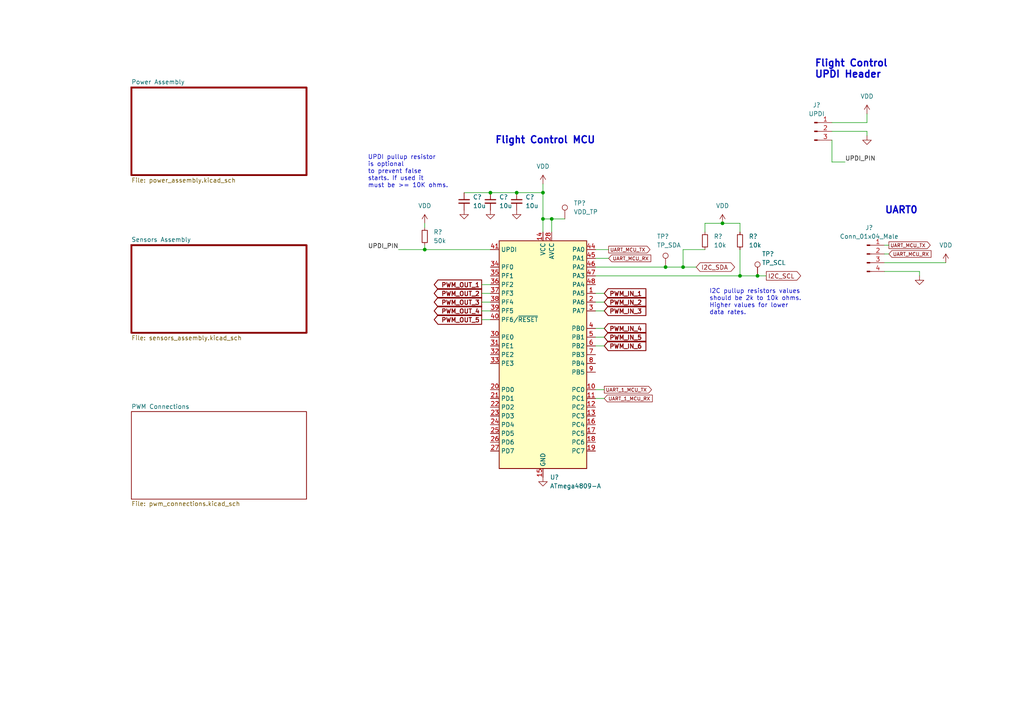
<source format=kicad_sch>
(kicad_sch (version 20211123) (generator eeschema)
  (paper "A4")
  (lib_symbols
    (symbol "Connector:Conn_01x03_Male" (pin_names (offset 1.016) hide)
      (property "Reference" "J" (at 0 5.08 0))
      (property "Value" "Conn_01x03_Male" (at 0 -5.08 0))
      (symbol "Conn_01x03_Male_1_1"
        (polyline (pts (xy 1.27 -2.54) (xy 0.8636 -2.54)) (stroke (width 0.1524)))
        (polyline (pts (xy 1.27 0) (xy 0.8636 0)) (stroke (width 0.1524)))
        (polyline (pts (xy 1.27 2.54) (xy 0.8636 2.54)) (stroke (width 0.1524)))
        (rectangle (start 0.8636 -2.413) (end 0 -2.667) (stroke (width 0.1524)) (fill (type outline)))
        (rectangle (start 0.8636 0.127) (end 0 -0.127) (stroke (width 0.1524)) (fill (type outline)))
        (rectangle (start 0.8636 2.667) (end 0 2.413) (stroke (width 0.1524)) (fill (type outline)))
        (pin passive line (at 5.08 2.54 180) (length 3.81) (name "Pin_1") (number "1"))
        (pin passive line (at 5.08 0 180) (length 3.81) (name "Pin_2") (number "2"))
        (pin passive line (at 5.08 -2.54 180) (length 3.81) (name "Pin_3") (number "3"))
      )
    )
    (symbol "Connector:Conn_01x04_Male" (pin_names (offset 1.016) hide)
      (property "Reference" "J" (at 0 5.08 0))
      (property "Value" "Conn_01x04_Male" (at 0 -7.62 0))
      (symbol "Conn_01x04_Male_1_1"
        (polyline (pts (xy 1.27 -5.08) (xy 0.8636 -5.08)) (stroke (width 0.1524)))
        (polyline (pts (xy 1.27 -2.54) (xy 0.8636 -2.54)) (stroke (width 0.1524)))
        (polyline (pts (xy 1.27 0) (xy 0.8636 0)) (stroke (width 0.1524)))
        (polyline (pts (xy 1.27 2.54) (xy 0.8636 2.54)) (stroke (width 0.1524)))
        (rectangle (start 0.8636 -4.953) (end 0 -5.207) (stroke (width 0.1524)) (fill (type outline)))
        (rectangle (start 0.8636 -2.413) (end 0 -2.667) (stroke (width 0.1524)) (fill (type outline)))
        (rectangle (start 0.8636 0.127) (end 0 -0.127) (stroke (width 0.1524)) (fill (type outline)))
        (rectangle (start 0.8636 2.667) (end 0 2.413) (stroke (width 0.1524)) (fill (type outline)))
        (pin passive line (at 5.08 2.54 180) (length 3.81) (name "Pin_1") (number "1"))
        (pin passive line (at 5.08 0 180) (length 3.81) (name "Pin_2") (number "2"))
        (pin passive line (at 5.08 -2.54 180) (length 3.81) (name "Pin_3") (number "3"))
        (pin passive line (at 5.08 -5.08 180) (length 3.81) (name "Pin_4") (number "4"))
      )
    )
    (symbol "Connector:TestPoint" (pin_numbers hide) (pin_names (offset 0.762) hide)
      (property "Reference" "TP" (at 0 6.858 0))
      (property "Value" "TestPoint" (at 0 5.08 0))
      (symbol "TestPoint_0_1"
        (circle (center 0 3.302) (radius 0.762))
      )
      (symbol "TestPoint_1_1"
        (pin passive line (at 0 0 90) (length 2.54) (name "1") (number "1"))
      )
    )
    (symbol "Device:C_Small" (pin_numbers hide) (pin_names (offset 0.254) hide)
      (property "Reference" "C" (at 0.254 1.778 0))
      (property "Value" "C_Small" (at 0.254 -2.032 0))
      (symbol "C_Small_0_1"
        (polyline (pts (xy -1.524 -0.508) (xy 1.524 -0.508)) (stroke (width 0.3302)))
        (polyline (pts (xy -1.524 0.508) (xy 1.524 0.508)) (stroke (width 0.3048)))
      )
      (symbol "C_Small_1_1"
        (pin passive line (at 0 2.54 270) (length 2.032) (name "~") (number "1"))
        (pin passive line (at 0 -2.54 90) (length 2.032) (name "~") (number "2"))
      )
    )
    (symbol "Device:R_Small" (pin_numbers hide) (pin_names (offset 0.254) hide)
      (property "Reference" "R" (at 0.762 0.508 0))
      (property "Value" "R_Small" (at 0.762 -1.016 0))
      (symbol "R_Small_0_1"
        (rectangle (start -0.762 1.778) (end 0.762 -1.778) (stroke (width 0.2032)))
      )
      (symbol "R_Small_1_1"
        (pin passive line (at 0 2.54 270) (length 0.762) (name "~") (number "1"))
        (pin passive line (at 0 -2.54 90) (length 0.762) (name "~") (number "2"))
      )
    )
    (symbol "MCU_Microchip_ATmega:ATmega4809-A"
      (property "Reference" "U" (at -12.7 34.29 0))
      (property "Value" "ATmega4809-A" (at 2.54 -34.29 0))
      (symbol "ATmega4809-A_0_1"
        (rectangle (start -12.7 -33.02) (end 12.7 33.02) (stroke (width 0.254)) (fill (type background)))
      )
      (symbol "ATmega4809-A_1_1"
        (pin bidirectional line (at 15.24 17.78 180) (length 2.54) (name "PA5") (number "1"))
        (pin bidirectional line (at 15.24 -10.16 180) (length 2.54) (name "PC0") (number "10"))
        (pin bidirectional line (at 15.24 -12.7 180) (length 2.54) (name "PC1") (number "11"))
        (pin bidirectional line (at 15.24 -15.24 180) (length 2.54) (name "PC2") (number "12"))
        (pin bidirectional line (at 15.24 -17.78 180) (length 2.54) (name "PC3") (number "13"))
        (pin power_in line (at 0 35.56 270) (length 2.54) (name "VCC") (number "14"))
        (pin power_in line (at 0 -35.56 90) (length 2.54) (name "GND") (number "15"))
        (pin bidirectional line (at 15.24 -20.32 180) (length 2.54) (name "PC4") (number "16"))
        (pin bidirectional line (at 15.24 -22.86 180) (length 2.54) (name "PC5") (number "17"))
        (pin bidirectional line (at 15.24 -25.4 180) (length 2.54) (name "PC6") (number "18"))
        (pin bidirectional line (at 15.24 -27.94 180) (length 2.54) (name "PC7") (number "19"))
        (pin bidirectional line (at 15.24 15.24 180) (length 2.54) (name "PA6") (number "2"))
        (pin bidirectional line (at -15.24 -10.16 0) (length 2.54) (name "PD0") (number "20"))
        (pin bidirectional line (at -15.24 -12.7 0) (length 2.54) (name "PD1") (number "21"))
        (pin bidirectional line (at -15.24 -15.24 0) (length 2.54) (name "PD2") (number "22"))
        (pin bidirectional line (at -15.24 -17.78 0) (length 2.54) (name "PD3") (number "23"))
        (pin bidirectional line (at -15.24 -20.32 0) (length 2.54) (name "PD4") (number "24"))
        (pin bidirectional line (at -15.24 -22.86 0) (length 2.54) (name "PD5") (number "25"))
        (pin bidirectional line (at -15.24 -25.4 0) (length 2.54) (name "PD6") (number "26"))
        (pin bidirectional line (at -15.24 -27.94 0) (length 2.54) (name "PD7") (number "27"))
        (pin power_in line (at 2.54 35.56 270) (length 2.54) (name "AVCC") (number "28"))
        (pin passive line (at 0 -35.56 90) (length 2.54) hide (name "GND") (number "29"))
        (pin bidirectional line (at 15.24 12.7 180) (length 2.54) (name "PA7") (number "3"))
        (pin bidirectional line (at -15.24 5.08 0) (length 2.54) (name "PE0") (number "30"))
        (pin bidirectional line (at -15.24 2.54 0) (length 2.54) (name "PE1") (number "31"))
        (pin bidirectional line (at -15.24 0 0) (length 2.54) (name "PE2") (number "32"))
        (pin bidirectional line (at -15.24 -2.54 0) (length 2.54) (name "PE3") (number "33"))
        (pin bidirectional line (at -15.24 25.4 0) (length 2.54) (name "PF0") (number "34"))
        (pin bidirectional line (at -15.24 22.86 0) (length 2.54) (name "PF1") (number "35"))
        (pin bidirectional line (at -15.24 20.32 0) (length 2.54) (name "PF2") (number "36"))
        (pin bidirectional line (at -15.24 17.78 0) (length 2.54) (name "PF3") (number "37"))
        (pin bidirectional line (at -15.24 15.24 0) (length 2.54) (name "PF4") (number "38"))
        (pin bidirectional line (at -15.24 12.7 0) (length 2.54) (name "PF5") (number "39"))
        (pin bidirectional line (at 15.24 7.62 180) (length 2.54) (name "PB0") (number "4"))
        (pin bidirectional line (at -15.24 10.16 0) (length 2.54) (name "PF6/~{RESET}") (number "40"))
        (pin bidirectional line (at -15.24 30.48 0) (length 2.54) (name "UPDI") (number "41"))
        (pin passive line (at 0 35.56 270) (length 2.54) hide (name "VCC") (number "42"))
        (pin passive line (at 0 -35.56 90) (length 2.54) hide (name "GND") (number "43"))
        (pin bidirectional line (at 15.24 30.48 180) (length 2.54) (name "PA0") (number "44"))
        (pin bidirectional line (at 15.24 27.94 180) (length 2.54) (name "PA1") (number "45"))
        (pin bidirectional line (at 15.24 25.4 180) (length 2.54) (name "PA2") (number "46"))
        (pin bidirectional line (at 15.24 22.86 180) (length 2.54) (name "PA3") (number "47"))
        (pin bidirectional line (at 15.24 20.32 180) (length 2.54) (name "PA4") (number "48"))
        (pin bidirectional line (at 15.24 5.08 180) (length 2.54) (name "PB1") (number "5"))
        (pin bidirectional line (at 15.24 2.54 180) (length 2.54) (name "PB2") (number "6"))
        (pin bidirectional line (at 15.24 0 180) (length 2.54) (name "PB3") (number "7"))
        (pin bidirectional line (at 15.24 -2.54 180) (length 2.54) (name "PB4") (number "8"))
        (pin bidirectional line (at 15.24 -5.08 180) (length 2.54) (name "PB5") (number "9"))
      )
    )
    (symbol "power:GND" (power) (pin_names (offset 0))
      (property "Value" "GND" (at 0 -3.81 0))
      (symbol "GND_0_1"
        (polyline (pts (xy 0 0) (xy 0 -1.27) (xy 1.27 -1.27) (xy 0 -2.54) (xy -1.27 -1.27) (xy 0 -1.27)))
      )
      (symbol "GND_1_1"
        (pin power_in line (at 0 0 270) (length 0) hide (name "GND") (number "1"))
      )
    )
    (symbol "power:VDD" (power) (pin_names (offset 0))
      (property "Value" "VDD" (at 0 3.81 0))
      (symbol "VDD_0_1"
        (polyline (pts (xy -0.762 1.27) (xy 0 2.54)))
        (polyline (pts (xy 0 0) (xy 0 2.54)))
        (polyline (pts (xy 0 2.54) (xy 0.762 1.27)))
      )
      (symbol "VDD_1_1"
        (pin power_in line (at 0 0 90) (length 0) hide (name "VDD") (number "1"))
      )
    )
  )
  (junction (at 123.19 72.39))
  (junction (at 198.12 77.47))
  (junction (at 149.86 55.88))
  (junction (at 209.55 64.77))
  (junction (at 214.63 80.01))
  (junction (at 142.24 55.88))
  (junction (at 160.02 63.5))
  (junction (at 157.48 63.5))
  (junction (at 193.04 77.47))
  (junction (at 219.71 80.01))
  (junction (at 157.48 55.88))
  (wire (pts (xy 222.25 80.01) (xy 219.71 80.01)))
  (wire (pts (xy 241.3 35.56) (xy 251.46 35.56)))
  (wire (pts (xy 123.19 71.12) (xy 123.19 72.39)))
  (wire (pts (xy 175.26 90.17) (xy 172.72 90.17)))
  (wire (pts (xy 251.46 39.37) (xy 251.46 38.1)))
  (wire (pts (xy 176.53 72.39) (xy 172.72 72.39)))
  (wire (pts (xy 214.63 72.39) (xy 214.63 80.01)))
  (wire (pts (xy 266.7 80.01) (xy 266.7 78.74)))
  (wire (pts (xy 172.72 77.47) (xy 193.04 77.47)))
  (wire (pts (xy 123.19 72.39) (xy 142.24 72.39)))
  (wire (pts (xy 142.24 55.88) (xy 149.86 55.88)))
  (wire (pts (xy 257.81 73.66) (xy 256.54 73.66)))
  (wire (pts (xy 139.7 85.09) (xy 142.24 85.09)))
  (wire (pts (xy 204.47 67.31) (xy 204.47 64.77)))
  (wire (pts (xy 149.86 55.88) (xy 157.48 55.88)))
  (wire (pts (xy 139.7 90.17) (xy 142.24 90.17)))
  (wire (pts (xy 241.3 40.64) (xy 241.3 46.99)))
  (wire (pts (xy 175.26 115.57) (xy 172.72 115.57)))
  (wire (pts (xy 160.02 63.5) (xy 163.83 63.5)))
  (wire (pts (xy 241.3 46.99) (xy 245.11 46.99)))
  (wire (pts (xy 134.62 55.88) (xy 142.24 55.88)))
  (wire (pts (xy 176.53 74.93) (xy 172.72 74.93)))
  (wire (pts (xy 175.26 95.25) (xy 172.72 95.25)))
  (wire (pts (xy 257.81 71.12) (xy 256.54 71.12)))
  (wire (pts (xy 123.19 64.77) (xy 123.19 66.04)))
  (wire (pts (xy 160.02 63.5) (xy 160.02 67.31)))
  (wire (pts (xy 139.7 92.71) (xy 142.24 92.71)))
  (wire (pts (xy 266.7 78.74) (xy 256.54 78.74)))
  (wire (pts (xy 251.46 38.1) (xy 241.3 38.1)))
  (wire (pts (xy 193.04 77.47) (xy 198.12 77.47)))
  (wire (pts (xy 115.57 72.39) (xy 123.19 72.39)))
  (wire (pts (xy 157.48 63.5) (xy 157.48 67.31)))
  (wire (pts (xy 209.55 64.77) (xy 214.63 64.77)))
  (wire (pts (xy 157.48 55.88) (xy 157.48 63.5)))
  (wire (pts (xy 214.63 67.31) (xy 214.63 64.77)))
  (wire (pts (xy 172.72 80.01) (xy 214.63 80.01)))
  (wire (pts (xy 219.71 80.01) (xy 214.63 80.01)))
  (wire (pts (xy 204.47 64.77) (xy 209.55 64.77)))
  (wire (pts (xy 251.46 35.56) (xy 251.46 33.02)))
  (wire (pts (xy 198.12 77.47) (xy 201.93 77.47)))
  (wire (pts (xy 157.48 63.5) (xy 160.02 63.5)))
  (wire (pts (xy 204.47 72.39) (xy 198.12 72.39)))
  (wire (pts (xy 256.54 76.2) (xy 274.32 76.2)))
  (wire (pts (xy 139.7 87.63) (xy 142.24 87.63)))
  (wire (pts (xy 175.26 100.33) (xy 172.72 100.33)))
  (wire (pts (xy 175.26 97.79) (xy 172.72 97.79)))
  (wire (pts (xy 139.7 82.55) (xy 142.24 82.55)))
  (wire (pts (xy 175.26 87.63) (xy 172.72 87.63)))
  (wire (pts (xy 157.48 53.34) (xy 157.48 55.88)))
  (wire (pts (xy 198.12 72.39) (xy 198.12 77.47)))
  (wire (pts (xy 175.26 85.09) (xy 172.72 85.09)))
  (wire (pts (xy 175.26 113.03) (xy 172.72 113.03)))
  (text "Flight Control MCU" (at 143.51 41.91 0) (effects (font (size 2 2) bold) (justify left bottom)))
  (text "UPDI pullup resistor \nis optional\nto prevent false \nstarts. If used it \nmust be >= 10K ohms." (at 106.68 54.61 0) (effects (font (size 1.27 1.27)) (justify left bottom)))
  (text "Flight Control\nUPDI Header" (at 236.22 22.86 0) (effects (font (size 2 2) bold) (justify left bottom)))
  (text "I2C pullup resistors values \nshould be 2k to 10k ohms. \nHigher values for lower \ndata rates." (at 205.74 91.44 0) (effects (font (size 1.27 1.27)) (justify left bottom)))
  (text "UART0" (at 256.54 62.23 0) (effects (font (size 2 2) bold) (justify left bottom)))
  (label "UPDI_PIN" (at 115.57 72.39 180))
  (label "UPDI_PIN" (at 245.11 46.99 0))
  (global_label "PWM_OUT_2" (shape output) (at 139.7 85.09 180) (effects (font bold)) (property "Intersheet References" "${INTERSHEET_REFS}" (effects hide)))
  (global_label "UART_MCU_RX" (shape input) (at 257.81 73.66 0) (effects (font (size 1 1))) (property "Intersheet References" "${INTERSHEET_REFS}" (effects hide)))
  (global_label "UART_MCU_TX" (shape output) (at 176.53 72.39 0) (effects (font (size 1 1))) (property "Intersheet References" "${INTERSHEET_REFS}" (effects hide)))
  (global_label "UART_1_MCU_TX" (shape output) (at 175.26 113.03 0) (effects (font (size 1 1))) (property "Intersheet References" "${INTERSHEET_REFS}" (effects hide)))
  (global_label "UART_1_MCU_RX" (shape input) (at 175.26 115.57 0) (effects (font (size 1 1))) (property "Intersheet References" "${INTERSHEET_REFS}" (effects hide)))
  (global_label "PWM_IN_6" (shape input) (at 175.26 100.33 0) (effects (font bold)) (property "Intersheet References" "${INTERSHEET_REFS}" (effects hide)))
  (global_label "PWM_IN_4" (shape input) (at 175.26 95.25 0) (effects (font bold)) (property "Intersheet References" "${INTERSHEET_REFS}" (effects hide)))
  (global_label "I2C_SCL" (shape output) (at 222.25 80.01 0) (property "Intersheet References" "${INTERSHEET_REFS}" (effects hide)))
  (global_label "PWM_OUT_4" (shape output) (at 139.7 90.17 180) (effects (font bold)) (property "Intersheet References" "${INTERSHEET_REFS}" (effects hide)))
  (global_label "PWM_IN_5" (shape input) (at 175.26 97.79 0) (effects (font bold)) (property "Intersheet References" "${INTERSHEET_REFS}" (effects hide)))
  (global_label "PWM_IN_3" (shape input) (at 175.26 90.17 0) (effects (font bold)) (property "Intersheet References" "${INTERSHEET_REFS}" (effects hide)))
  (global_label "PWM_IN_1" (shape input) (at 175.26 85.09 0) (effects (font bold)) (property "Intersheet References" "${INTERSHEET_REFS}" (effects hide)))
  (global_label "PWM_OUT_3" (shape output) (at 139.7 87.63 180) (effects (font bold)) (property "Intersheet References" "${INTERSHEET_REFS}" (effects hide)))
  (global_label "UART_MCU_TX" (shape output) (at 257.81 71.12 0) (effects (font (size 1 1))) (property "Intersheet References" "${INTERSHEET_REFS}" (effects hide)))
  (global_label "PWM_OUT_1" (shape output) (at 139.7 82.55 180) (effects (font bold)) (property "Intersheet References" "${INTERSHEET_REFS}" (effects hide)))
  (global_label "UART_MCU_RX" (shape input) (at 176.53 74.93 0) (effects (font (size 1 1))) (property "Intersheet References" "${INTERSHEET_REFS}" (effects hide)))
  (global_label "PWM_OUT_5" (shape output) (at 139.7 92.71 180) (effects (font bold)) (property "Intersheet References" "${INTERSHEET_REFS}" (effects hide)))
  (global_label "I2C_SDA" (shape bidirectional) (at 201.93 77.47 0) (property "Intersheet References" "${INTERSHEET_REFS}" (effects hide)))
  (global_label "PWM_IN_2" (shape input) (at 175.26 87.63 0) (effects (font bold)) (property "Intersheet References" "${INTERSHEET_REFS}" (effects hide)))
  (symbol (lib_id "power:VDD") (at 209.55 64.77 0) (unit 1)
    (property "Reference" "#PWR?" (effects hide))
    (property "Value" "VDD" (at 209.55 59.69 0))
  )
  (symbol (lib_id "power:GND") (at 157.48 138.43 0) (unit 1)
    (property "Reference" "#PWR?" (effects hide))
    (property "Value" "GND" (effects hide))
  )
  (symbol (lib_id "power:GND") (at 134.62 60.96 0) (unit 1)
    (property "Reference" "#PWR?" (effects hide))
    (property "Value" "GND" (effects hide))
  )
  (symbol (lib_id "power:VDD") (at 157.48 53.34 0) (unit 1)
    (property "Reference" "#PWR?" (effects hide))
    (property "Value" "VDD" (at 157.48 48.26 0))
  )
  (symbol (lib_id "power:VDD") (at 251.46 33.02 0) (unit 1)
    (property "Reference" "#PWR?" (effects hide))
    (property "Value" "VDD" (at 251.46 27.94 0))
  )
  (symbol (lib_id "power:GND") (at 149.86 60.96 0) (unit 1)
    (property "Reference" "#PWR?" (effects hide))
    (property "Value" "GND" (effects hide))
  )
  (symbol (lib_id "Device:R_Small") (at 204.47 69.85 0) (unit 1)
    (property "Reference" "R?" (at 207.01 68.5799 0) (effects (justify left)))
    (property "Value" "10k" (at 207.01 71.1199 0) (effects (justify left)))
  )
  (symbol (lib_id "Connector:TestPoint") (at 193.04 77.47 0) (unit 1)
    (property "Reference" "TP?" (at 190.5 68.58 0) (effects (justify left)))
    (property "Value" "TP_SDA" (at 190.5 71.12 0) (effects (justify left)))
  )
  (symbol (lib_id "MCU_Microchip_ATmega:ATmega4809-A") (at 157.48 102.87 0) (unit 1)
    (property "Reference" "U?" (at 159.4994 138.43 0) (effects (justify left)))
    (property "Value" "ATmega4809-A" (at 159.4994 140.97 0) (effects (justify left)))
    (property "Footprint" "Package_QFP:TQFP-48_7x7mm_P0.5mm" (effects hide))
    (property "Datasheet" "http://ww1.microchip.com/downloads/en/DeviceDoc/40002016A.pdf" (effects hide))
  )
  (symbol (lib_id "Connector:TestPoint") (at 219.71 80.01 0) (unit 1)
    (property "Reference" "TP?" (at 220.98 73.66 0) (effects (justify left)))
    (property "Value" "TP_SCL" (at 220.98 76.2 0) (effects (justify left)))
  )
  (symbol (lib_id "Device:C_Small") (at 134.62 58.42 0) (unit 1)
    (property "Reference" "C?" (at 137.16 57.1562 0) (effects (justify left)))
    (property "Value" "10u" (at 137.16 59.6962 0) (effects (justify left)))
  )
  (symbol (lib_id "power:VDD") (at 274.32 76.2 0) (unit 1)
    (property "Reference" "#PWR?" (effects hide))
    (property "Value" "VDD" (at 274.32 71.12 0))
  )
  (symbol (lib_id "Device:R_Small") (at 123.19 68.58 0) (unit 1)
    (property "Reference" "R?" (at 125.73 67.3099 0) (effects (justify left)))
    (property "Value" "50k" (at 125.73 69.8499 0) (effects (justify left)))
  )
  (symbol (lib_id "Connector:Conn_01x04_Male") (at 251.46 73.66 0) (unit 1)
    (property "Reference" "J?" (at 252.095 66.04 0))
    (property "Value" "Conn_01x04_Male" (at 252.095 68.58 0))
  )
  (symbol (lib_id "Device:C_Small") (at 149.86 58.42 0) (unit 1)
    (property "Reference" "C?" (at 152.4 57.1562 0) (effects (justify left)))
    (property "Value" "10u" (at 152.4 59.6962 0) (effects (justify left)))
  )
  (symbol (lib_id "Device:C_Small") (at 142.24 58.42 0) (unit 1)
    (property "Reference" "C?" (at 144.78 57.1562 0) (effects (justify left)))
    (property "Value" "10u" (at 144.78 59.6962 0) (effects (justify left)))
  )
  (symbol (lib_id "power:GND") (at 142.24 60.96 0) (unit 1)
    (property "Reference" "#PWR?" (effects hide))
    (property "Value" "GND" (effects hide))
  )
  (symbol (lib_id "power:GND") (at 251.46 39.37 0) (unit 1)
    (property "Reference" "#PWR?" (effects hide))
    (property "Value" "GND" (effects hide))
  )
  (symbol (lib_id "power:GND") (at 266.7 80.01 0) (unit 1)
    (property "Reference" "#PWR?" (effects hide))
    (property "Value" "GND" (effects hide))
  )
  (symbol (lib_id "power:VDD") (at 123.19 64.77 0) (unit 1)
    (property "Reference" "#PWR?" (effects hide))
    (property "Value" "VDD" (at 123.19 59.69 0))
  )
  (symbol (lib_id "Device:R_Small") (at 214.63 69.85 0) (unit 1)
    (property "Reference" "R?" (at 217.17 68.5799 0) (effects (justify left)))
    (property "Value" "10k" (at 217.17 71.1199 0) (effects (justify left)))
  )
  (symbol (lib_id "Connector:TestPoint") (at 163.83 63.5 0) (unit 1)
    (property "Reference" "TP?" (at 166.37 58.9279 0) (effects (justify left)))
    (property "Value" "VDD_TP" (at 166.37 61.4679 0) (effects (justify left)))
  )
  (symbol (lib_id "Connector:Conn_01x03_Male") (at 236.22 38.1 0) (unit 1)
    (property "Reference" "J?" (at 236.855 30.48 0))
    (property "Value" "UPDI" (at 236.855 33.02 0))
  )
  (sheet (at 38.1 119.38) (size 50.8 25.4) (stroke (width 0.1524))
    (property "Sheet name" "PWM Connections" (at 38.1 118.6684 0) (effects (justify left bottom)))
    (property "Sheet file" "pwm_connections.kicad_sch" (at 38.1 145.3646 0) (effects (justify left top)))
  )
  (sheet (at 38.1 71.12) (size 50.8 25.4) (stroke (width 0.5))
    (property "Sheet name" "Sensors Assembly" (at 38.1 70.2346 0) (effects (justify left bottom)))
    (property "Sheet file" "sensors_assembly.kicad_sch" (at 38.1 97.2784 0) (effects (justify left top)))
  )
  (sheet (at 38.1 25.4) (size 50.8 25.4) (stroke (width 0.5))
    (property "Sheet name" "Power Assembly" (at 38.1 24.5146 0) (effects (justify left bottom)))
    (property "Sheet file" "power_assembly.kicad_sch" (at 38.1 51.5584 0) (effects (justify left top)))
  )
)
</source>
